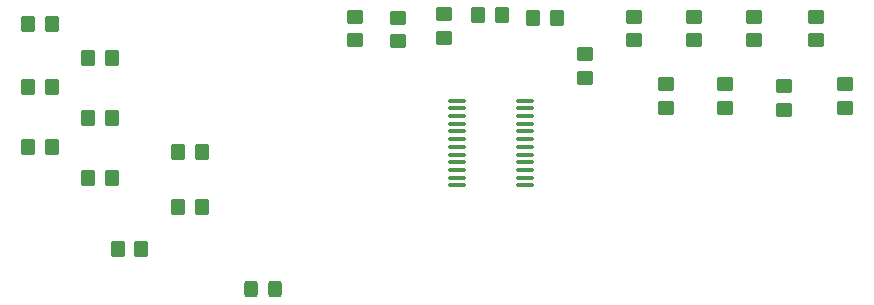
<source format=gtp>
G04 #@! TF.GenerationSoftware,KiCad,Pcbnew,8.0.8*
G04 #@! TF.CreationDate,2025-01-20T22:51:13+09:00*
G04 #@! TF.ProjectId,house_controller_multiplex_breakout_board_v0.1.0,686f7573-655f-4636-9f6e-74726f6c6c65,rev?*
G04 #@! TF.SameCoordinates,Original*
G04 #@! TF.FileFunction,Paste,Top*
G04 #@! TF.FilePolarity,Positive*
%FSLAX46Y46*%
G04 Gerber Fmt 4.6, Leading zero omitted, Abs format (unit mm)*
G04 Created by KiCad (PCBNEW 8.0.8) date 2025-01-20 22:51:13*
%MOMM*%
%LPD*%
G01*
G04 APERTURE LIST*
G04 Aperture macros list*
%AMRoundRect*
0 Rectangle with rounded corners*
0 $1 Rounding radius*
0 $2 $3 $4 $5 $6 $7 $8 $9 X,Y pos of 4 corners*
0 Add a 4 corners polygon primitive as box body*
4,1,4,$2,$3,$4,$5,$6,$7,$8,$9,$2,$3,0*
0 Add four circle primitives for the rounded corners*
1,1,$1+$1,$2,$3*
1,1,$1+$1,$4,$5*
1,1,$1+$1,$6,$7*
1,1,$1+$1,$8,$9*
0 Add four rect primitives between the rounded corners*
20,1,$1+$1,$2,$3,$4,$5,0*
20,1,$1+$1,$4,$5,$6,$7,0*
20,1,$1+$1,$6,$7,$8,$9,0*
20,1,$1+$1,$8,$9,$2,$3,0*%
G04 Aperture macros list end*
%ADD10RoundRect,0.250000X-0.450000X0.350000X-0.450000X-0.350000X0.450000X-0.350000X0.450000X0.350000X0*%
%ADD11RoundRect,0.250000X-0.350000X-0.450000X0.350000X-0.450000X0.350000X0.450000X-0.350000X0.450000X0*%
%ADD12RoundRect,0.100000X-0.637500X-0.100000X0.637500X-0.100000X0.637500X0.100000X-0.637500X0.100000X0*%
%ADD13RoundRect,0.250000X0.325000X0.450000X-0.325000X0.450000X-0.325000X-0.450000X0.325000X-0.450000X0*%
%ADD14RoundRect,0.250000X0.350000X0.450000X-0.350000X0.450000X-0.350000X-0.450000X0.350000X-0.450000X0*%
G04 APERTURE END LIST*
D10*
X126300000Y-84100000D03*
X126300000Y-86100000D03*
D11*
X67300000Y-79000000D03*
X69300000Y-79000000D03*
D10*
X121300000Y-84100000D03*
X121300000Y-86100000D03*
X98600000Y-78500000D03*
X98600000Y-80500000D03*
D11*
X80000000Y-94500000D03*
X82000000Y-94500000D03*
X72400000Y-81900000D03*
X74400000Y-81900000D03*
X72400000Y-92100000D03*
X74400000Y-92100000D03*
D10*
X114500000Y-81600000D03*
X114500000Y-83600000D03*
X123700000Y-78400000D03*
X123700000Y-80400000D03*
D11*
X72400000Y-87000000D03*
X74400000Y-87000000D03*
D10*
X131300000Y-84300000D03*
X131300000Y-86300000D03*
D12*
X103637500Y-85525000D03*
X103637500Y-86175000D03*
X103637500Y-86825000D03*
X103637500Y-87475000D03*
X103637500Y-88125000D03*
X103637500Y-88775000D03*
X103637500Y-89425000D03*
X103637500Y-90075000D03*
X103637500Y-90725000D03*
X103637500Y-91375000D03*
X103637500Y-92025000D03*
X103637500Y-92675000D03*
X109362500Y-92675000D03*
X109362500Y-92025000D03*
X109362500Y-91375000D03*
X109362500Y-90725000D03*
X109362500Y-90075000D03*
X109362500Y-89425000D03*
X109362500Y-88775000D03*
X109362500Y-88125000D03*
X109362500Y-87475000D03*
X109362500Y-86825000D03*
X109362500Y-86175000D03*
X109362500Y-85525000D03*
D10*
X95000000Y-78400000D03*
X95000000Y-80400000D03*
D13*
X88250000Y-101500000D03*
X86200000Y-101500000D03*
D10*
X102500000Y-78200000D03*
X102500000Y-80200000D03*
D11*
X67300000Y-89400000D03*
X69300000Y-89400000D03*
D10*
X128800000Y-78400000D03*
X128800000Y-80400000D03*
D11*
X67300000Y-84400000D03*
X69300000Y-84400000D03*
X105400000Y-78300000D03*
X107400000Y-78300000D03*
D10*
X118600000Y-78400000D03*
X118600000Y-80400000D03*
X134000000Y-78400000D03*
X134000000Y-80400000D03*
D14*
X112100000Y-78500000D03*
X110100000Y-78500000D03*
D11*
X80000000Y-89900000D03*
X82000000Y-89900000D03*
D14*
X76900000Y-98100000D03*
X74900000Y-98100000D03*
D10*
X136500000Y-84100000D03*
X136500000Y-86100000D03*
M02*

</source>
